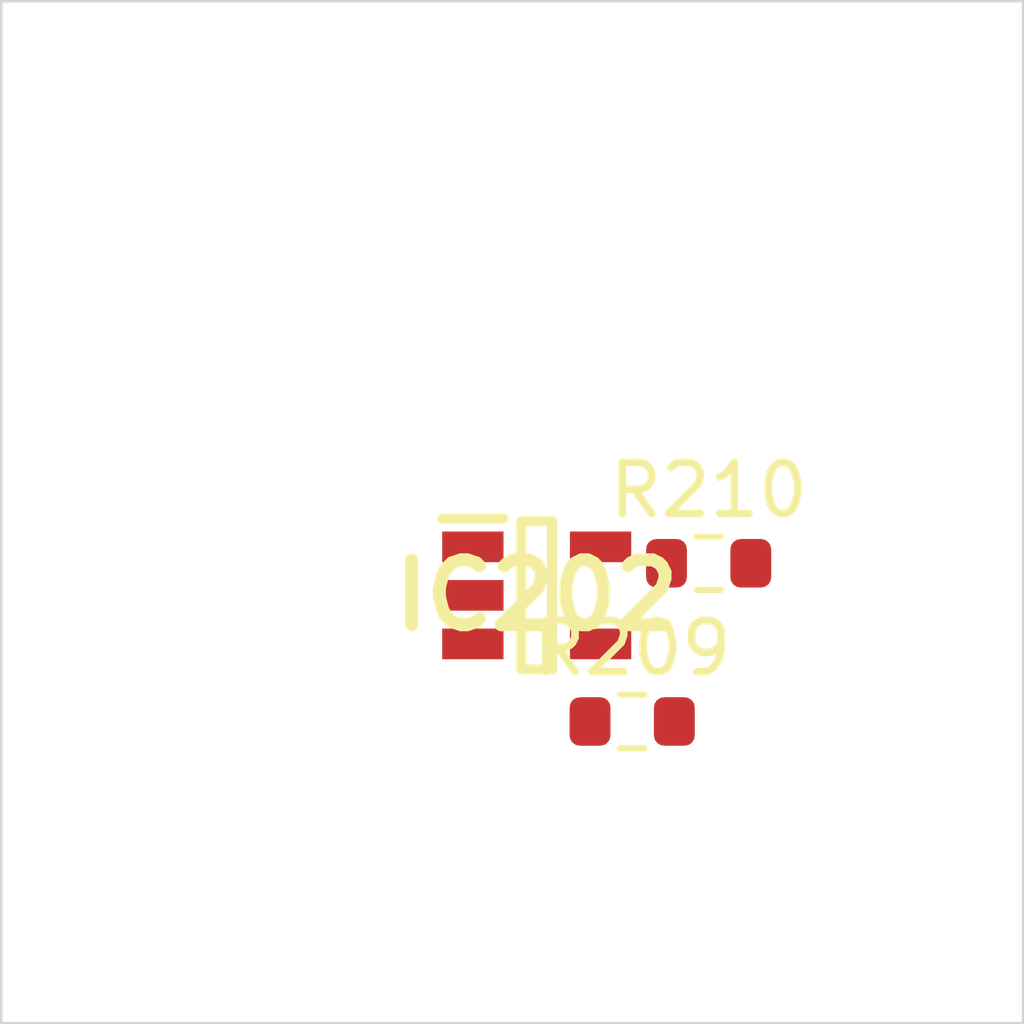
<source format=kicad_pcb>
 ( kicad_pcb  ( version 20171130 )
 ( host pcbnew 5.1.12-84ad8e8a86~92~ubuntu18.04.1 )
 ( general  ( thickness 1.6 )
 ( drawings 4 )
 ( tracks 0 )
 ( zones 0 )
 ( modules 3 )
 ( nets 5 )
)
 ( page A4 )
 ( layers  ( 0 F.Cu signal )
 ( 31 B.Cu signal )
 ( 32 B.Adhes user )
 ( 33 F.Adhes user )
 ( 34 B.Paste user )
 ( 35 F.Paste user )
 ( 36 B.SilkS user )
 ( 37 F.SilkS user )
 ( 38 B.Mask user )
 ( 39 F.Mask user )
 ( 40 Dwgs.User user )
 ( 41 Cmts.User user )
 ( 42 Eco1.User user )
 ( 43 Eco2.User user )
 ( 44 Edge.Cuts user )
 ( 45 Margin user )
 ( 46 B.CrtYd user )
 ( 47 F.CrtYd user )
 ( 48 B.Fab user )
 ( 49 F.Fab user )
)
 ( setup  ( last_trace_width 0.25 )
 ( trace_clearance 0.2 )
 ( zone_clearance 0.508 )
 ( zone_45_only no )
 ( trace_min 0.2 )
 ( via_size 0.8 )
 ( via_drill 0.4 )
 ( via_min_size 0.4 )
 ( via_min_drill 0.3 )
 ( uvia_size 0.3 )
 ( uvia_drill 0.1 )
 ( uvias_allowed no )
 ( uvia_min_size 0.2 )
 ( uvia_min_drill 0.1 )
 ( edge_width 0.05 )
 ( segment_width 0.2 )
 ( pcb_text_width 0.3 )
 ( pcb_text_size 1.5 1.5 )
 ( mod_edge_width 0.12 )
 ( mod_text_size 1 1 )
 ( mod_text_width 0.15 )
 ( pad_size 1.524 1.524 )
 ( pad_drill 0.762 )
 ( pad_to_mask_clearance 0 )
 ( aux_axis_origin 0 0 )
 ( visible_elements FFFFFF7F )
 ( pcbplotparams  ( layerselection 0x010fc_ffffffff )
 ( usegerberextensions false )
 ( usegerberattributes true )
 ( usegerberadvancedattributes true )
 ( creategerberjobfile true )
 ( excludeedgelayer true )
 ( linewidth 0.100000 )
 ( plotframeref false )
 ( viasonmask false )
 ( mode 1 )
 ( useauxorigin false )
 ( hpglpennumber 1 )
 ( hpglpenspeed 20 )
 ( hpglpendiameter 15.000000 )
 ( psnegative false )
 ( psa4output false )
 ( plotreference true )
 ( plotvalue true )
 ( plotinvisibletext false )
 ( padsonsilk false )
 ( subtractmaskfromsilk false )
 ( outputformat 1 )
 ( mirror false )
 ( drillshape 1 )
 ( scaleselection 1 )
 ( outputdirectory "" )
)
)
 ( net 0 "" )
 ( net 1 GND )
 ( net 2 VDDA )
 ( net 3 /Sheet6235D886/vp )
 ( net 4 "Net-(IC202-Pad3)" )
 ( net_class Default "This is the default net class."  ( clearance 0.2 )
 ( trace_width 0.25 )
 ( via_dia 0.8 )
 ( via_drill 0.4 )
 ( uvia_dia 0.3 )
 ( uvia_drill 0.1 )
 ( add_net /Sheet6235D886/vp )
 ( add_net GND )
 ( add_net "Net-(IC202-Pad3)" )
 ( add_net VDDA )
)
 ( module SOT95P280X145-5N locked  ( layer F.Cu )
 ( tedit 62336ED7 )
 ( tstamp 623423ED )
 ( at 90.479100 111.627000 )
 ( descr DBV0005A )
 ( tags "Integrated Circuit" )
 ( path /6235D887/6266C08E )
 ( attr smd )
 ( fp_text reference IC202  ( at 0 0 )
 ( layer F.SilkS )
 ( effects  ( font  ( size 1.27 1.27 )
 ( thickness 0.254 )
)
)
)
 ( fp_text value TL071HIDBVR  ( at 0 0 )
 ( layer F.SilkS )
hide  ( effects  ( font  ( size 1.27 1.27 )
 ( thickness 0.254 )
)
)
)
 ( fp_line  ( start -1.85 -1.5 )
 ( end -0.65 -1.5 )
 ( layer F.SilkS )
 ( width 0.2 )
)
 ( fp_line  ( start -0.3 1.45 )
 ( end -0.3 -1.45 )
 ( layer F.SilkS )
 ( width 0.2 )
)
 ( fp_line  ( start 0.3 1.45 )
 ( end -0.3 1.45 )
 ( layer F.SilkS )
 ( width 0.2 )
)
 ( fp_line  ( start 0.3 -1.45 )
 ( end 0.3 1.45 )
 ( layer F.SilkS )
 ( width 0.2 )
)
 ( fp_line  ( start -0.3 -1.45 )
 ( end 0.3 -1.45 )
 ( layer F.SilkS )
 ( width 0.2 )
)
 ( fp_line  ( start -0.8 -0.5 )
 ( end 0.15 -1.45 )
 ( layer Dwgs.User )
 ( width 0.1 )
)
 ( fp_line  ( start -0.8 1.45 )
 ( end -0.8 -1.45 )
 ( layer Dwgs.User )
 ( width 0.1 )
)
 ( fp_line  ( start 0.8 1.45 )
 ( end -0.8 1.45 )
 ( layer Dwgs.User )
 ( width 0.1 )
)
 ( fp_line  ( start 0.8 -1.45 )
 ( end 0.8 1.45 )
 ( layer Dwgs.User )
 ( width 0.1 )
)
 ( fp_line  ( start -0.8 -1.45 )
 ( end 0.8 -1.45 )
 ( layer Dwgs.User )
 ( width 0.1 )
)
 ( fp_line  ( start -2.1 1.775 )
 ( end -2.1 -1.775 )
 ( layer Dwgs.User )
 ( width 0.05 )
)
 ( fp_line  ( start 2.1 1.775 )
 ( end -2.1 1.775 )
 ( layer Dwgs.User )
 ( width 0.05 )
)
 ( fp_line  ( start 2.1 -1.775 )
 ( end 2.1 1.775 )
 ( layer Dwgs.User )
 ( width 0.05 )
)
 ( fp_line  ( start -2.1 -1.775 )
 ( end 2.1 -1.775 )
 ( layer Dwgs.User )
 ( width 0.05 )
)
 ( pad 1 smd rect  ( at -1.25 -0.95 90.000000 )
 ( size 0.6 1.2 )
 ( layers F.Cu F.Mask F.Paste )
 ( net 3 /Sheet6235D886/vp )
)
 ( pad 2 smd rect  ( at -1.25 0 90.000000 )
 ( size 0.6 1.2 )
 ( layers F.Cu F.Mask F.Paste )
 ( net 1 GND )
)
 ( pad 3 smd rect  ( at -1.25 0.95 90.000000 )
 ( size 0.6 1.2 )
 ( layers F.Cu F.Mask F.Paste )
 ( net 4 "Net-(IC202-Pad3)" )
)
 ( pad 4 smd rect  ( at 1.25 0.95 90.000000 )
 ( size 0.6 1.2 )
 ( layers F.Cu F.Mask F.Paste )
 ( net 3 /Sheet6235D886/vp )
)
 ( pad 5 smd rect  ( at 1.25 -0.95 90.000000 )
 ( size 0.6 1.2 )
 ( layers F.Cu F.Mask F.Paste )
 ( net 2 VDDA )
)
)
 ( module Resistor_SMD:R_0603_1608Metric  ( layer F.Cu )
 ( tedit 5F68FEEE )
 ( tstamp 62342595 )
 ( at 92.347600 114.095000 )
 ( descr "Resistor SMD 0603 (1608 Metric), square (rectangular) end terminal, IPC_7351 nominal, (Body size source: IPC-SM-782 page 72, https://www.pcb-3d.com/wordpress/wp-content/uploads/ipc-sm-782a_amendment_1_and_2.pdf), generated with kicad-footprint-generator" )
 ( tags resistor )
 ( path /6235D887/623CDBD9 )
 ( attr smd )
 ( fp_text reference R209  ( at 0 -1.43 )
 ( layer F.SilkS )
 ( effects  ( font  ( size 1 1 )
 ( thickness 0.15 )
)
)
)
 ( fp_text value 100k  ( at 0 1.43 )
 ( layer F.Fab )
 ( effects  ( font  ( size 1 1 )
 ( thickness 0.15 )
)
)
)
 ( fp_line  ( start -0.8 0.4125 )
 ( end -0.8 -0.4125 )
 ( layer F.Fab )
 ( width 0.1 )
)
 ( fp_line  ( start -0.8 -0.4125 )
 ( end 0.8 -0.4125 )
 ( layer F.Fab )
 ( width 0.1 )
)
 ( fp_line  ( start 0.8 -0.4125 )
 ( end 0.8 0.4125 )
 ( layer F.Fab )
 ( width 0.1 )
)
 ( fp_line  ( start 0.8 0.4125 )
 ( end -0.8 0.4125 )
 ( layer F.Fab )
 ( width 0.1 )
)
 ( fp_line  ( start -0.237258 -0.5225 )
 ( end 0.237258 -0.5225 )
 ( layer F.SilkS )
 ( width 0.12 )
)
 ( fp_line  ( start -0.237258 0.5225 )
 ( end 0.237258 0.5225 )
 ( layer F.SilkS )
 ( width 0.12 )
)
 ( fp_line  ( start -1.48 0.73 )
 ( end -1.48 -0.73 )
 ( layer F.CrtYd )
 ( width 0.05 )
)
 ( fp_line  ( start -1.48 -0.73 )
 ( end 1.48 -0.73 )
 ( layer F.CrtYd )
 ( width 0.05 )
)
 ( fp_line  ( start 1.48 -0.73 )
 ( end 1.48 0.73 )
 ( layer F.CrtYd )
 ( width 0.05 )
)
 ( fp_line  ( start 1.48 0.73 )
 ( end -1.48 0.73 )
 ( layer F.CrtYd )
 ( width 0.05 )
)
 ( fp_text user %R  ( at 0 0 )
 ( layer F.Fab )
 ( effects  ( font  ( size 0.4 0.4 )
 ( thickness 0.06 )
)
)
)
 ( pad 1 smd roundrect  ( at -0.825 0 )
 ( size 0.8 0.95 )
 ( layers F.Cu F.Mask F.Paste )
 ( roundrect_rratio 0.25 )
 ( net 2 VDDA )
)
 ( pad 2 smd roundrect  ( at 0.825 0 )
 ( size 0.8 0.95 )
 ( layers F.Cu F.Mask F.Paste )
 ( roundrect_rratio 0.25 )
 ( net 4 "Net-(IC202-Pad3)" )
)
 ( model ${KISYS3DMOD}/Resistor_SMD.3dshapes/R_0603_1608Metric.wrl  ( at  ( xyz 0 0 0 )
)
 ( scale  ( xyz 1 1 1 )
)
 ( rotate  ( xyz 0 0 0 )
)
)
)
 ( module Resistor_SMD:R_0603_1608Metric  ( layer F.Cu )
 ( tedit 5F68FEEE )
 ( tstamp 623425A6 )
 ( at 93.843900 110.999000 )
 ( descr "Resistor SMD 0603 (1608 Metric), square (rectangular) end terminal, IPC_7351 nominal, (Body size source: IPC-SM-782 page 72, https://www.pcb-3d.com/wordpress/wp-content/uploads/ipc-sm-782a_amendment_1_and_2.pdf), generated with kicad-footprint-generator" )
 ( tags resistor )
 ( path /6235D887/623CDBDF )
 ( attr smd )
 ( fp_text reference R210  ( at 0 -1.43 )
 ( layer F.SilkS )
 ( effects  ( font  ( size 1 1 )
 ( thickness 0.15 )
)
)
)
 ( fp_text value 100k  ( at 0 1.43 )
 ( layer F.Fab )
 ( effects  ( font  ( size 1 1 )
 ( thickness 0.15 )
)
)
)
 ( fp_line  ( start 1.48 0.73 )
 ( end -1.48 0.73 )
 ( layer F.CrtYd )
 ( width 0.05 )
)
 ( fp_line  ( start 1.48 -0.73 )
 ( end 1.48 0.73 )
 ( layer F.CrtYd )
 ( width 0.05 )
)
 ( fp_line  ( start -1.48 -0.73 )
 ( end 1.48 -0.73 )
 ( layer F.CrtYd )
 ( width 0.05 )
)
 ( fp_line  ( start -1.48 0.73 )
 ( end -1.48 -0.73 )
 ( layer F.CrtYd )
 ( width 0.05 )
)
 ( fp_line  ( start -0.237258 0.5225 )
 ( end 0.237258 0.5225 )
 ( layer F.SilkS )
 ( width 0.12 )
)
 ( fp_line  ( start -0.237258 -0.5225 )
 ( end 0.237258 -0.5225 )
 ( layer F.SilkS )
 ( width 0.12 )
)
 ( fp_line  ( start 0.8 0.4125 )
 ( end -0.8 0.4125 )
 ( layer F.Fab )
 ( width 0.1 )
)
 ( fp_line  ( start 0.8 -0.4125 )
 ( end 0.8 0.4125 )
 ( layer F.Fab )
 ( width 0.1 )
)
 ( fp_line  ( start -0.8 -0.4125 )
 ( end 0.8 -0.4125 )
 ( layer F.Fab )
 ( width 0.1 )
)
 ( fp_line  ( start -0.8 0.4125 )
 ( end -0.8 -0.4125 )
 ( layer F.Fab )
 ( width 0.1 )
)
 ( fp_text user %R  ( at 0 0 )
 ( layer F.Fab )
 ( effects  ( font  ( size 0.4 0.4 )
 ( thickness 0.06 )
)
)
)
 ( pad 2 smd roundrect  ( at 0.825 0 )
 ( size 0.8 0.95 )
 ( layers F.Cu F.Mask F.Paste )
 ( roundrect_rratio 0.25 )
 ( net 1 GND )
)
 ( pad 1 smd roundrect  ( at -0.825 0 )
 ( size 0.8 0.95 )
 ( layers F.Cu F.Mask F.Paste )
 ( roundrect_rratio 0.25 )
 ( net 4 "Net-(IC202-Pad3)" )
)
 ( model ${KISYS3DMOD}/Resistor_SMD.3dshapes/R_0603_1608Metric.wrl  ( at  ( xyz 0 0 0 )
)
 ( scale  ( xyz 1 1 1 )
)
 ( rotate  ( xyz 0 0 0 )
)
)
)
 ( gr_line  ( start 100 100 )
 ( end 100 120 )
 ( layer Edge.Cuts )
 ( width 0.05 )
 ( tstamp 62E770C4 )
)
 ( gr_line  ( start 80 120 )
 ( end 100 120 )
 ( layer Edge.Cuts )
 ( width 0.05 )
 ( tstamp 62E770C0 )
)
 ( gr_line  ( start 80 100 )
 ( end 100 100 )
 ( layer Edge.Cuts )
 ( width 0.05 )
 ( tstamp 6234110C )
)
 ( gr_line  ( start 80 100 )
 ( end 80 120 )
 ( layer Edge.Cuts )
 ( width 0.05 )
)
)

</source>
